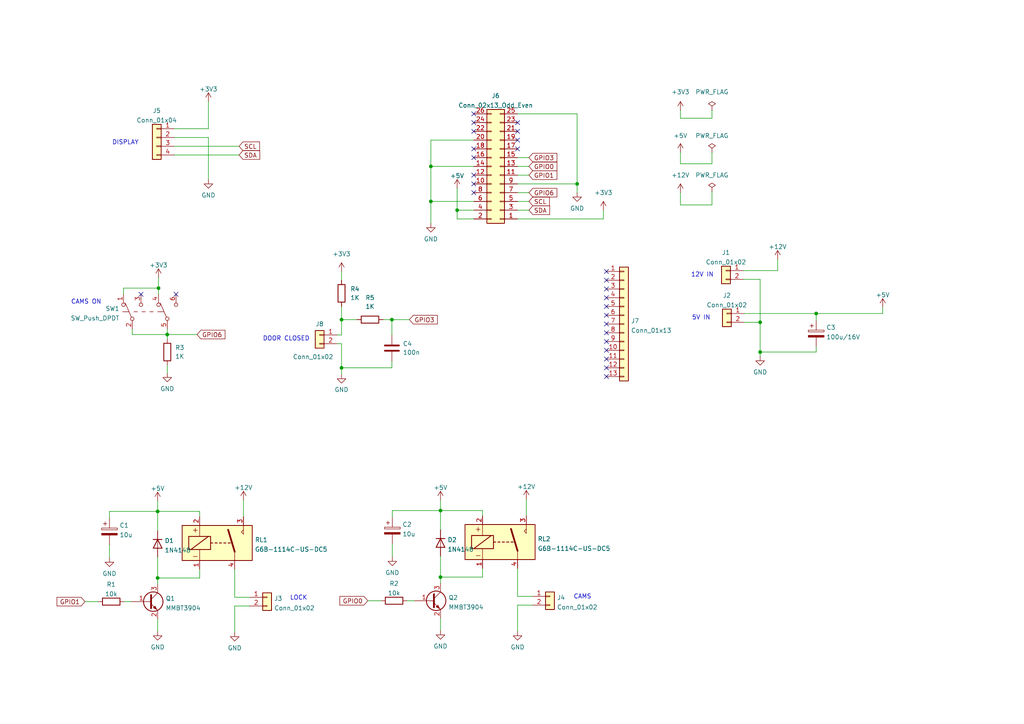
<source format=kicad_sch>
(kicad_sch (version 20211123) (generator eeschema)
  (paper "A4")
  (lib_symbols
    (symbol "Connector_Generic:Conn_01x02" (pin_names (offset 1.016) hide)
      (property "Reference" "J" (at 0 2.54 0))
      (property "Value" "Conn_01x02" (at 0 -5.08 0))
      (symbol "Conn_01x02_1_1"
        (rectangle (start -1.27 -2.413) (end 0 -2.667) (stroke (width 0.1524)))
        (rectangle (start -1.27 0.127) (end 0 -0.127) (stroke (width 0.1524)))
        (rectangle (start -1.27 1.27) (end 1.27 -3.81) (stroke (width 0.254)) (fill (type background)))
        (pin passive line (at -5.08 0 0) (length 3.81) (name "Pin_1") (number "1"))
        (pin passive line (at -5.08 -2.54 0) (length 3.81) (name "Pin_2") (number "2"))
      )
    )
    (symbol "Connector_Generic:Conn_01x04" (pin_names (offset 1.016) hide)
      (property "Reference" "J" (at 0 5.08 0))
      (property "Value" "Conn_01x04" (at 0 -7.62 0))
      (symbol "Conn_01x04_1_1"
        (rectangle (start -1.27 -4.953) (end 0 -5.207) (stroke (width 0.1524)))
        (rectangle (start -1.27 -2.413) (end 0 -2.667) (stroke (width 0.1524)))
        (rectangle (start -1.27 0.127) (end 0 -0.127) (stroke (width 0.1524)))
        (rectangle (start -1.27 2.667) (end 0 2.413) (stroke (width 0.1524)))
        (rectangle (start -1.27 3.81) (end 1.27 -6.35) (stroke (width 0.254)) (fill (type background)))
        (pin passive line (at -5.08 2.54 0) (length 3.81) (name "Pin_1") (number "1"))
        (pin passive line (at -5.08 0 0) (length 3.81) (name "Pin_2") (number "2"))
        (pin passive line (at -5.08 -2.54 0) (length 3.81) (name "Pin_3") (number "3"))
        (pin passive line (at -5.08 -5.08 0) (length 3.81) (name "Pin_4") (number "4"))
      )
    )
    (symbol "Connector_Generic:Conn_01x13" (pin_names (offset 1.016) hide)
      (property "Reference" "J" (at 0 17.78 0))
      (property "Value" "Conn_01x13" (at 0 -17.78 0))
      (symbol "Conn_01x13_1_1"
        (rectangle (start -1.27 -15.113) (end 0 -15.367) (stroke (width 0.1524)))
        (rectangle (start -1.27 -12.573) (end 0 -12.827) (stroke (width 0.1524)))
        (rectangle (start -1.27 -10.033) (end 0 -10.287) (stroke (width 0.1524)))
        (rectangle (start -1.27 -7.493) (end 0 -7.747) (stroke (width 0.1524)))
        (rectangle (start -1.27 -4.953) (end 0 -5.207) (stroke (width 0.1524)))
        (rectangle (start -1.27 -2.413) (end 0 -2.667) (stroke (width 0.1524)))
        (rectangle (start -1.27 0.127) (end 0 -0.127) (stroke (width 0.1524)))
        (rectangle (start -1.27 2.667) (end 0 2.413) (stroke (width 0.1524)))
        (rectangle (start -1.27 5.207) (end 0 4.953) (stroke (width 0.1524)))
        (rectangle (start -1.27 7.747) (end 0 7.493) (stroke (width 0.1524)))
        (rectangle (start -1.27 10.287) (end 0 10.033) (stroke (width 0.1524)))
        (rectangle (start -1.27 12.827) (end 0 12.573) (stroke (width 0.1524)))
        (rectangle (start -1.27 15.367) (end 0 15.113) (stroke (width 0.1524)))
        (rectangle (start -1.27 16.51) (end 1.27 -16.51) (stroke (width 0.254)) (fill (type background)))
        (pin passive line (at -5.08 15.24 0) (length 3.81) (name "Pin_1") (number "1"))
        (pin passive line (at -5.08 -7.62 0) (length 3.81) (name "Pin_10") (number "10"))
        (pin passive line (at -5.08 -10.16 0) (length 3.81) (name "Pin_11") (number "11"))
        (pin passive line (at -5.08 -12.7 0) (length 3.81) (name "Pin_12") (number "12"))
        (pin passive line (at -5.08 -15.24 0) (length 3.81) (name "Pin_13") (number "13"))
        (pin passive line (at -5.08 12.7 0) (length 3.81) (name "Pin_2") (number "2"))
        (pin passive line (at -5.08 10.16 0) (length 3.81) (name "Pin_3") (number "3"))
        (pin passive line (at -5.08 7.62 0) (length 3.81) (name "Pin_4") (number "4"))
        (pin passive line (at -5.08 5.08 0) (length 3.81) (name "Pin_5") (number "5"))
        (pin passive line (at -5.08 2.54 0) (length 3.81) (name "Pin_6") (number "6"))
        (pin passive line (at -5.08 0 0) (length 3.81) (name "Pin_7") (number "7"))
        (pin passive line (at -5.08 -2.54 0) (length 3.81) (name "Pin_8") (number "8"))
        (pin passive line (at -5.08 -5.08 0) (length 3.81) (name "Pin_9") (number "9"))
      )
    )
    (symbol "Connector_Generic:Conn_02x13_Odd_Even" (pin_names (offset 1.016) hide)
      (property "Reference" "J" (at 1.27 17.78 0))
      (property "Value" "Conn_02x13_Odd_Even" (at 1.27 -17.78 0))
      (symbol "Conn_02x13_Odd_Even_1_1"
        (rectangle (start -1.27 -15.113) (end 0 -15.367) (stroke (width 0.1524)))
        (rectangle (start -1.27 -12.573) (end 0 -12.827) (stroke (width 0.1524)))
        (rectangle (start -1.27 -10.033) (end 0 -10.287) (stroke (width 0.1524)))
        (rectangle (start -1.27 -7.493) (end 0 -7.747) (stroke (width 0.1524)))
        (rectangle (start -1.27 -4.953) (end 0 -5.207) (stroke (width 0.1524)))
        (rectangle (start -1.27 -2.413) (end 0 -2.667) (stroke (width 0.1524)))
        (rectangle (start -1.27 0.127) (end 0 -0.127) (stroke (width 0.1524)))
        (rectangle (start -1.27 2.667) (end 0 2.413) (stroke (width 0.1524)))
        (rectangle (start -1.27 5.207) (end 0 4.953) (stroke (width 0.1524)))
        (rectangle (start -1.27 7.747) (end 0 7.493) (stroke (width 0.1524)))
        (rectangle (start -1.27 10.287) (end 0 10.033) (stroke (width 0.1524)))
        (rectangle (start -1.27 12.827) (end 0 12.573) (stroke (width 0.1524)))
        (rectangle (start -1.27 15.367) (end 0 15.113) (stroke (width 0.1524)))
        (rectangle (start -1.27 16.51) (end 3.81 -16.51) (stroke (width 0.254)) (fill (type background)))
        (rectangle (start 3.81 -15.113) (end 2.54 -15.367) (stroke (width 0.1524)))
        (rectangle (start 3.81 -12.573) (end 2.54 -12.827) (stroke (width 0.1524)))
        (rectangle (start 3.81 -10.033) (end 2.54 -10.287) (stroke (width 0.1524)))
        (rectangle (start 3.81 -7.493) (end 2.54 -7.747) (stroke (width 0.1524)))
        (rectangle (start 3.81 -4.953) (end 2.54 -5.207) (stroke (width 0.1524)))
        (rectangle (start 3.81 -2.413) (end 2.54 -2.667) (stroke (width 0.1524)))
        (rectangle (start 3.81 0.127) (end 2.54 -0.127) (stroke (width 0.1524)))
        (rectangle (start 3.81 2.667) (end 2.54 2.413) (stroke (width 0.1524)))
        (rectangle (start 3.81 5.207) (end 2.54 4.953) (stroke (width 0.1524)))
        (rectangle (start 3.81 7.747) (end 2.54 7.493) (stroke (width 0.1524)))
        (rectangle (start 3.81 10.287) (end 2.54 10.033) (stroke (width 0.1524)))
        (rectangle (start 3.81 12.827) (end 2.54 12.573) (stroke (width 0.1524)))
        (rectangle (start 3.81 15.367) (end 2.54 15.113) (stroke (width 0.1524)))
        (pin passive line (at -5.08 15.24 0) (length 3.81) (name "Pin_1") (number "1"))
        (pin passive line (at 7.62 5.08 180) (length 3.81) (name "Pin_10") (number "10"))
        (pin passive line (at -5.08 2.54 0) (length 3.81) (name "Pin_11") (number "11"))
        (pin passive line (at 7.62 2.54 180) (length 3.81) (name "Pin_12") (number "12"))
        (pin passive line (at -5.08 0 0) (length 3.81) (name "Pin_13") (number "13"))
        (pin passive line (at 7.62 0 180) (length 3.81) (name "Pin_14") (number "14"))
        (pin passive line (at -5.08 -2.54 0) (length 3.81) (name "Pin_15") (number "15"))
        (pin passive line (at 7.62 -2.54 180) (length 3.81) (name "Pin_16") (number "16"))
        (pin passive line (at -5.08 -5.08 0) (length 3.81) (name "Pin_17") (number "17"))
        (pin passive line (at 7.62 -5.08 180) (length 3.81) (name "Pin_18") (number "18"))
        (pin passive line (at -5.08 -7.62 0) (length 3.81) (name "Pin_19") (number "19"))
        (pin passive line (at 7.62 15.24 180) (length 3.81) (name "Pin_2") (number "2"))
        (pin passive line (at 7.62 -7.62 180) (length 3.81) (name "Pin_20") (number "20"))
        (pin passive line (at -5.08 -10.16 0) (length 3.81) (name "Pin_21") (number "21"))
        (pin passive line (at 7.62 -10.16 180) (length 3.81) (name "Pin_22") (number "22"))
        (pin passive line (at -5.08 -12.7 0) (length 3.81) (name "Pin_23") (number "23"))
        (pin passive line (at 7.62 -12.7 180) (length 3.81) (name "Pin_24") (number "24"))
        (pin passive line (at -5.08 -15.24 0) (length 3.81) (name "Pin_25") (number "25"))
        (pin passive line (at 7.62 -15.24 180) (length 3.81) (name "Pin_26") (number "26"))
        (pin passive line (at -5.08 12.7 0) (length 3.81) (name "Pin_3") (number "3"))
        (pin passive line (at 7.62 12.7 180) (length 3.81) (name "Pin_4") (number "4"))
        (pin passive line (at -5.08 10.16 0) (length 3.81) (name "Pin_5") (number "5"))
        (pin passive line (at 7.62 10.16 180) (length 3.81) (name "Pin_6") (number "6"))
        (pin passive line (at -5.08 7.62 0) (length 3.81) (name "Pin_7") (number "7"))
        (pin passive line (at 7.62 7.62 180) (length 3.81) (name "Pin_8") (number "8"))
        (pin passive line (at -5.08 5.08 0) (length 3.81) (name "Pin_9") (number "9"))
      )
    )
    (symbol "Device:C" (pin_numbers hide) (pin_names (offset 0.254))
      (property "Reference" "C" (at 0.635 2.54 0))
      (property "Value" "C" (at 0.635 -2.54 0))
      (symbol "C_0_1"
        (polyline (pts (xy -2.032 -0.762) (xy 2.032 -0.762)) (stroke (width 0.508)))
        (polyline (pts (xy -2.032 0.762) (xy 2.032 0.762)) (stroke (width 0.508)))
      )
      (symbol "C_1_1"
        (pin passive line (at 0 3.81 270) (length 2.794) (name "~") (number "1"))
        (pin passive line (at 0 -3.81 90) (length 2.794) (name "~") (number "2"))
      )
    )
    (symbol "Device:C_Polarized" (pin_numbers hide) (pin_names (offset 0.254))
      (property "Reference" "C" (at 0.635 2.54 0))
      (property "Value" "C_Polarized" (at 0.635 -2.54 0))
      (symbol "C_Polarized_0_1"
        (rectangle (start -2.286 0.508) (end 2.286 1.016))
        (polyline (pts (xy -1.778 2.286) (xy -0.762 2.286)))
        (polyline (pts (xy -1.27 2.794) (xy -1.27 1.778)))
        (rectangle (start 2.286 -0.508) (end -2.286 -1.016) (fill (type outline)))
      )
      (symbol "C_Polarized_1_1"
        (pin passive line (at 0 3.81 270) (length 2.794) (name "~") (number "1"))
        (pin passive line (at 0 -3.81 90) (length 2.794) (name "~") (number "2"))
      )
    )
    (symbol "Device:D" (pin_numbers hide) (pin_names (offset 1.016) hide)
      (property "Reference" "D" (at 0 2.54 0))
      (property "Value" "D" (at 0 -2.54 0))
      (symbol "D_0_1"
        (polyline (pts (xy -1.27 1.27) (xy -1.27 -1.27)) (stroke (width 0.254)))
        (polyline (pts (xy 1.27 0) (xy -1.27 0)))
        (polyline (pts (xy 1.27 1.27) (xy 1.27 -1.27) (xy -1.27 0) (xy 1.27 1.27)) (stroke (width 0.254)))
      )
      (symbol "D_1_1"
        (pin passive line (at -3.81 0 0) (length 2.54) (name "K") (number "1"))
        (pin passive line (at 3.81 0 180) (length 2.54) (name "A") (number "2"))
      )
    )
    (symbol "Device:Q_NPN_BEC" (pin_names (offset 0) hide)
      (property "Reference" "Q" (at 5.08 1.27 0))
      (property "Value" "Q_NPN_BEC" (at 5.08 -1.27 0))
      (symbol "Q_NPN_BEC_0_1"
        (polyline (pts (xy 0.635 0.635) (xy 2.54 2.54)))
        (polyline (pts (xy 0.635 -0.635) (xy 2.54 -2.54) (xy 2.54 -2.54)))
        (polyline (pts (xy 0.635 1.905) (xy 0.635 -1.905) (xy 0.635 -1.905)) (stroke (width 0.508)))
        (polyline (pts (xy 1.27 -1.778) (xy 1.778 -1.27) (xy 2.286 -2.286) (xy 1.27 -1.778) (xy 1.27 -1.778)) (fill (type outline)))
        (circle (center 1.27 0) (radius 2.8194) (stroke (width 0.254)))
      )
      (symbol "Q_NPN_BEC_1_1"
        (pin input line (at -5.08 0 0) (length 5.715) (name "B") (number "1"))
        (pin passive line (at 2.54 -5.08 90) (length 2.54) (name "E") (number "2"))
        (pin passive line (at 2.54 5.08 270) (length 2.54) (name "C") (number "3"))
      )
    )
    (symbol "Device:R" (pin_numbers hide) (pin_names (offset 0))
      (property "Reference" "R" (at 2.032 0 90))
      (property "Value" "R" (at 0 0 90))
      (symbol "R_0_1"
        (rectangle (start -1.016 -2.54) (end 1.016 2.54) (stroke (width 0.254)))
      )
      (symbol "R_1_1"
        (pin passive line (at 0 3.81 270) (length 1.27) (name "~") (number "1"))
        (pin passive line (at 0 -3.81 90) (length 1.27) (name "~") (number "2"))
      )
    )
    (symbol "Switch:SW_Push_DPDT" (pin_names (offset 0) hide)
      (property "Reference" "SW" (at 0 8.89 0))
      (property "Value" "SW_Push_DPDT" (at 0 -10.16 0))
      (symbol "SW_Push_DPDT_0_0"
        (circle (center -2.032 -5.08) (radius 0.508))
        (circle (center -2.032 5.08) (radius 0.508))
        (circle (center 2.032 -7.62) (radius 0.508))
        (circle (center 2.032 2.54) (radius 0.508))
      )
      (symbol "SW_Push_DPDT_0_1"
        (polyline (pts (xy -1.524 -4.826) (xy 2.54 -3.048)))
        (polyline (pts (xy -1.524 5.334) (xy 2.54 7.112)))
        (polyline (pts (xy 0 -2.286) (xy 0 -4.064)))
        (polyline (pts (xy 0 -1.016) (xy 0 0)))
        (polyline (pts (xy 0 1.27) (xy 0 2.286)))
        (polyline (pts (xy 0 3.556) (xy 0 4.572)))
        (polyline (pts (xy 0 7.874) (xy 0 6.096)))
        (circle (center 2.032 -2.54) (radius 0.508))
        (circle (center 2.032 7.62) (radius 0.508))
      )
      (symbol "SW_Push_DPDT_1_1"
        (pin passive line (at 5.08 7.62 180) (length 2.54) (name "A") (number "1"))
        (pin passive line (at -5.08 5.08 0) (length 2.54) (name "B") (number "2"))
        (pin passive line (at 5.08 2.54 180) (length 2.54) (name "C") (number "3"))
        (pin passive line (at 5.08 -2.54 180) (length 2.54) (name "A") (number "4"))
        (pin passive line (at -5.08 -5.08 0) (length 2.54) (name "B") (number "5"))
        (pin passive line (at 5.08 -7.62 180) (length 2.54) (name "C") (number "6"))
      )
    )
    (symbol "g6b-1114c-us-dc5:G6B-1114C-US-DC5" (pin_names (offset 1.016))
      (property "Reference" "RL" (at 11.43 3.81 0))
      (property "Value" "G6B-1114C-US-DC5" (at 11.43 1.27 0))
      (symbol "G6B-1114C-US-DC5_0_0"
        (text "+" (at -6.35 3.81 0) (effects (font (size 1.524 1.524))))
        (text "-" (at -6.35 -3.81 0) (effects (font (size 1.524 1.524))))
      )
      (symbol "G6B-1114C-US-DC5_0_1"
        (rectangle (start -10.16 5.08) (end 10.16 -5.08) (stroke (width 0.254)) (fill (type background)))
        (rectangle (start -8.255 1.905) (end -1.905 -1.905) (stroke (width 0.254)))
        (polyline (pts (xy -7.62 -1.905) (xy -2.54 1.905)) (stroke (width 0.254)))
        (polyline (pts (xy -5.08 -5.08) (xy -5.08 -1.905)))
        (polyline (pts (xy -5.08 5.08) (xy -5.08 1.905)))
        (polyline (pts (xy -1.905 0) (xy -1.27 0)) (stroke (width 0.254)))
        (polyline (pts (xy -0.635 0) (xy 0 0)) (stroke (width 0.254)))
        (polyline (pts (xy 0.635 0) (xy 1.27 0)) (stroke (width 0.254)))
        (polyline (pts (xy 1.905 0) (xy 2.54 0)) (stroke (width 0.254)))
        (polyline (pts (xy 3.175 0) (xy 3.81 0)) (stroke (width 0.254)))
        (polyline (pts (xy 5.08 -2.54) (xy 3.175 3.81)) (stroke (width 0.508)))
        (polyline (pts (xy 5.08 -2.54) (xy 5.08 -5.08)))
        (polyline (pts (xy 7.62 2.54) (xy 7.62 5.08)))
        (polyline (pts (xy 7.62 2.54) (xy 6.985 3.175) (xy 7.62 3.81)))
      )
      (symbol "G6B-1114C-US-DC5_1_1"
        (pin passive line (at -5.08 -7.62 90) (length 2.54) (name "~") (number "1"))
        (pin passive line (at -5.08 7.62 270) (length 2.54) (name "~") (number "2"))
        (pin passive line (at 7.62 7.62 270) (length 2.54) (name "~") (number "3"))
        (pin passive line (at 5.08 -7.62 90) (length 2.54) (name "~") (number "4"))
      )
    )
    (symbol "power:+12V" (power) (pin_names (offset 0))
      (property "Value" "+12V" (at 0 3.556 0))
      (symbol "+12V_0_1"
        (polyline (pts (xy -0.762 1.27) (xy 0 2.54)))
        (polyline (pts (xy 0 0) (xy 0 2.54)))
        (polyline (pts (xy 0 2.54) (xy 0.762 1.27)))
      )
      (symbol "+12V_1_1"
        (pin power_in line (at 0 0 90) (length 0) hide (name "+12V") (number "1"))
      )
    )
    (symbol "power:+3V3" (power) (pin_names (offset 0))
      (property "Value" "+3V3" (at 0 3.556 0))
      (symbol "+3V3_0_1"
        (polyline (pts (xy -0.762 1.27) (xy 0 2.54)))
        (polyline (pts (xy 0 0) (xy 0 2.54)))
        (polyline (pts (xy 0 2.54) (xy 0.762 1.27)))
      )
      (symbol "+3V3_1_1"
        (pin power_in line (at 0 0 90) (length 0) hide (name "+3V3") (number "1"))
      )
    )
    (symbol "power:+5V" (power) (pin_names (offset 0))
      (property "Value" "+5V" (at 0 3.556 0))
      (symbol "+5V_0_1"
        (polyline (pts (xy -0.762 1.27) (xy 0 2.54)))
        (polyline (pts (xy 0 0) (xy 0 2.54)))
        (polyline (pts (xy 0 2.54) (xy 0.762 1.27)))
      )
      (symbol "+5V_1_1"
        (pin power_in line (at 0 0 90) (length 0) hide (name "+5V") (number "1"))
      )
    )
    (symbol "power:GND" (power) (pin_names (offset 0))
      (property "Value" "GND" (at 0 -3.81 0))
      (symbol "GND_0_1"
        (polyline (pts (xy 0 0) (xy 0 -1.27) (xy 1.27 -1.27) (xy 0 -2.54) (xy -1.27 -1.27) (xy 0 -1.27)))
      )
      (symbol "GND_1_1"
        (pin power_in line (at 0 0 270) (length 0) hide (name "GND") (number "1"))
      )
    )
    (symbol "power:PWR_FLAG" (power) (pin_numbers hide) (pin_names (offset 0) hide)
      (property "Value" "PWR_FLAG" (at 0 3.81 0))
      (symbol "PWR_FLAG_0_0"
        (pin power_out line (at 0 0 90) (length 0) (name "pwr") (number "1"))
      )
      (symbol "PWR_FLAG_0_1"
        (polyline (pts (xy 0 0) (xy 0 1.27) (xy -1.016 1.905) (xy 0 2.54) (xy 1.016 1.905) (xy 0 1.27)))
      )
    )
  )
  (junction (at 127.762 148.082))
  (junction (at 45.72 148.336))
  (junction (at 99.06 92.71))
  (junction (at 124.968 48.26))
  (junction (at 167.386 53.34))
  (junction (at 99.06 106.68))
  (junction (at 220.472 102.108))
  (junction (at 127.762 167.386))
  (junction (at 45.72 167.64))
  (junction (at 113.665 92.71))
  (junction (at 236.728 90.932))
  (junction (at 45.974 83.566))
  (junction (at 220.472 93.472))
  (junction (at 124.968 58.42))
  (junction (at 48.514 97.028))
  (junction (at 132.588 60.96))
  (no_connect (at 137.414 53.34))
  (no_connect (at 175.895 78.74))
  (no_connect (at 175.895 99.06))
  (no_connect (at 137.414 35.56))
  (no_connect (at 51.054 85.344))
  (no_connect (at 40.894 85.344))
  (no_connect (at 137.414 33.02))
  (no_connect (at 175.895 96.52))
  (no_connect (at 137.414 50.8))
  (no_connect (at 175.895 91.44))
  (no_connect (at 175.895 83.82))
  (no_connect (at 175.895 101.6))
  (no_connect (at 175.895 86.36))
  (no_connect (at 137.414 55.88))
  (no_connect (at 175.895 81.28))
  (no_connect (at 137.414 43.18))
  (no_connect (at 137.414 38.1))
  (no_connect (at 150.114 40.64))
  (no_connect (at 150.114 35.56))
  (no_connect (at 150.114 43.18))
  (no_connect (at 175.895 106.68))
  (no_connect (at 175.895 104.14))
  (no_connect (at 175.895 109.22))
  (no_connect (at 175.895 93.98))
  (no_connect (at 175.895 88.9))
  (no_connect (at 137.414 45.72))
  (no_connect (at 150.114 38.1))
  (wire (pts (xy 197.358 44.196) (xy 197.358 47.498)))
  (wire (pts (xy 220.472 93.472) (xy 220.472 102.108)))
  (wire (pts (xy 127.762 148.082) (xy 127.762 153.67)))
  (wire (pts (xy 118.11 174.244) (xy 120.142 174.244)))
  (wire (pts (xy 150.114 175.514) (xy 154.432 175.514)))
  (wire (pts (xy 127.762 179.324) (xy 127.762 182.88)))
  (wire (pts (xy 45.72 145.288) (xy 45.72 148.336)))
  (wire (pts (xy 197.358 55.88) (xy 197.358 59.436)))
  (wire (pts (xy 31.75 157.988) (xy 31.75 161.798)))
  (wire (pts (xy 150.114 33.02) (xy 167.386 33.02)))
  (wire (pts (xy 48.514 105.918) (xy 48.514 108.204)))
  (wire (pts (xy 197.358 47.498) (xy 206.502 47.498)))
  (wire (pts (xy 31.75 148.336) (xy 31.75 150.368)))
  (wire (pts (xy 150.114 172.974) (xy 154.432 172.974)))
  (wire (pts (xy 68.072 183.388) (xy 68.072 175.768)))
  (wire (pts (xy 150.114 45.72) (xy 153.416 45.72)))
  (wire (pts (xy 220.472 102.108) (xy 220.472 103.378)))
  (wire (pts (xy 99.06 92.71) (xy 99.06 97.155)))
  (wire (pts (xy 132.588 63.5) (xy 137.414 63.5)))
  (wire (pts (xy 99.06 78.74) (xy 99.06 81.28)))
  (wire (pts (xy 45.72 148.336) (xy 45.72 153.924)))
  (wire (pts (xy 150.114 55.88) (xy 153.416 55.88)))
  (wire (pts (xy 38.354 95.504) (xy 38.354 97.028)))
  (wire (pts (xy 236.728 102.108) (xy 220.472 102.108)))
  (wire (pts (xy 167.386 53.34) (xy 167.386 55.88)))
  (wire (pts (xy 139.954 167.386) (xy 127.762 167.386)))
  (wire (pts (xy 36.068 174.498) (xy 38.1 174.498)))
  (wire (pts (xy 113.792 148.082) (xy 113.792 150.114)))
  (wire (pts (xy 113.792 157.734) (xy 113.792 161.544)))
  (wire (pts (xy 127.762 148.082) (xy 113.792 148.082)))
  (wire (pts (xy 60.452 37.338) (xy 50.546 37.338)))
  (wire (pts (xy 132.588 60.96) (xy 132.588 63.5)))
  (wire (pts (xy 206.502 47.498) (xy 206.502 44.196)))
  (wire (pts (xy 99.06 106.68) (xy 99.06 108.585)))
  (wire (pts (xy 113.665 106.68) (xy 99.06 106.68)))
  (wire (pts (xy 150.114 183.134) (xy 150.114 175.514)))
  (wire (pts (xy 236.728 90.932) (xy 256.032 90.932)))
  (wire (pts (xy 50.546 39.878) (xy 60.452 39.878)))
  (wire (pts (xy 57.912 149.86) (xy 57.912 148.336)))
  (wire (pts (xy 111.125 92.71) (xy 113.665 92.71)))
  (wire (pts (xy 197.358 34.29) (xy 206.502 34.29)))
  (wire (pts (xy 38.354 97.028) (xy 48.514 97.028)))
  (wire (pts (xy 150.114 58.42) (xy 153.416 58.42)))
  (wire (pts (xy 35.814 83.566) (xy 45.974 83.566)))
  (wire (pts (xy 124.968 58.42) (xy 124.968 64.77)))
  (wire (pts (xy 45.72 148.336) (xy 31.75 148.336)))
  (wire (pts (xy 150.114 53.34) (xy 167.386 53.34)))
  (wire (pts (xy 70.612 145.034) (xy 70.612 149.86)))
  (wire (pts (xy 45.72 161.544) (xy 45.72 167.64)))
  (wire (pts (xy 48.514 95.504) (xy 48.514 97.028)))
  (wire (pts (xy 124.968 48.26) (xy 137.414 48.26)))
  (wire (pts (xy 139.954 149.606) (xy 139.954 148.082)))
  (wire (pts (xy 150.114 164.846) (xy 150.114 172.974)))
  (wire (pts (xy 124.968 40.64) (xy 137.414 40.64)))
  (wire (pts (xy 220.472 81.026) (xy 215.646 81.026)))
  (wire (pts (xy 106.68 174.244) (xy 110.49 174.244)))
  (wire (pts (xy 256.032 90.932) (xy 256.032 89.154)))
  (wire (pts (xy 150.114 60.96) (xy 153.416 60.96)))
  (wire (pts (xy 206.502 34.29) (xy 206.502 32.004)))
  (wire (pts (xy 48.514 97.028) (xy 57.15 97.028)))
  (wire (pts (xy 150.114 48.26) (xy 153.416 48.26)))
  (wire (pts (xy 50.546 42.418) (xy 69.342 42.418)))
  (wire (pts (xy 57.912 165.1) (xy 57.912 167.64)))
  (wire (pts (xy 127.762 161.29) (xy 127.762 167.386)))
  (wire (pts (xy 45.974 83.566) (xy 45.974 85.344)))
  (wire (pts (xy 68.072 175.768) (xy 72.39 175.768)))
  (wire (pts (xy 175.006 60.96) (xy 175.006 63.5)))
  (wire (pts (xy 35.814 85.344) (xy 35.814 83.566)))
  (wire (pts (xy 45.72 167.64) (xy 45.72 169.418)))
  (wire (pts (xy 97.79 99.695) (xy 99.06 99.695)))
  (wire (pts (xy 132.588 54.61) (xy 132.588 60.96)))
  (wire (pts (xy 215.9 90.932) (xy 236.728 90.932)))
  (wire (pts (xy 150.114 63.5) (xy 175.006 63.5)))
  (wire (pts (xy 127.762 145.034) (xy 127.762 148.082)))
  (wire (pts (xy 99.06 97.155) (xy 97.79 97.155)))
  (wire (pts (xy 225.552 75.184) (xy 225.552 78.486)))
  (wire (pts (xy 220.472 93.472) (xy 220.472 81.026)))
  (wire (pts (xy 50.546 44.958) (xy 69.342 44.958)))
  (wire (pts (xy 236.728 90.932) (xy 236.728 92.964)))
  (wire (pts (xy 68.072 165.1) (xy 68.072 173.228)))
  (wire (pts (xy 139.954 148.082) (xy 127.762 148.082)))
  (wire (pts (xy 124.968 48.26) (xy 124.968 58.42)))
  (wire (pts (xy 197.358 32.004) (xy 197.358 34.29)))
  (wire (pts (xy 225.552 78.486) (xy 215.646 78.486)))
  (wire (pts (xy 113.665 92.71) (xy 118.745 92.71)))
  (wire (pts (xy 24.638 174.498) (xy 28.448 174.498)))
  (wire (pts (xy 124.968 58.42) (xy 137.414 58.42)))
  (wire (pts (xy 215.9 93.472) (xy 220.472 93.472)))
  (wire (pts (xy 113.665 104.775) (xy 113.665 106.68)))
  (wire (pts (xy 127.762 167.386) (xy 127.762 169.164)))
  (wire (pts (xy 167.386 33.02) (xy 167.386 53.34)))
  (wire (pts (xy 206.502 59.436) (xy 206.502 55.626)))
  (wire (pts (xy 113.665 92.71) (xy 113.665 97.155)))
  (wire (pts (xy 152.654 144.78) (xy 152.654 149.606)))
  (wire (pts (xy 197.358 59.436) (xy 206.502 59.436)))
  (wire (pts (xy 60.452 29.464) (xy 60.452 37.338)))
  (wire (pts (xy 132.588 60.96) (xy 137.414 60.96)))
  (wire (pts (xy 57.912 167.64) (xy 45.72 167.64)))
  (wire (pts (xy 236.728 100.584) (xy 236.728 102.108)))
  (wire (pts (xy 45.974 80.518) (xy 45.974 83.566)))
  (wire (pts (xy 124.968 48.26) (xy 124.968 40.64)))
  (wire (pts (xy 57.912 148.336) (xy 45.72 148.336)))
  (wire (pts (xy 139.954 164.846) (xy 139.954 167.386)))
  (wire (pts (xy 150.114 50.8) (xy 153.416 50.8)))
  (wire (pts (xy 99.06 92.71) (xy 103.505 92.71)))
  (wire (pts (xy 68.072 173.228) (xy 72.39 173.228)))
  (wire (pts (xy 48.514 97.028) (xy 48.514 98.298)))
  (wire (pts (xy 99.06 88.9) (xy 99.06 92.71)))
  (wire (pts (xy 99.06 99.695) (xy 99.06 106.68)))
  (wire (pts (xy 45.72 179.578) (xy 45.72 183.134)))
  (wire (pts (xy 60.452 39.878) (xy 60.452 52.07)))
  (text "CAMS ON" (at 20.574 88.392 0) (effects (font (size 1.27 1.27)) (justify left bottom)))
  (text "DOOR CLOSED" (at 76.2 99.06 0) (effects (font (size 1.27 1.27)) (justify left bottom)))
  (text "LOCK" (at 84.074 174.244 0) (effects (font (size 1.27 1.27)) (justify left bottom)))
  (text "DISPLAY" (at 32.512 42.164 0) (effects (font (size 1.27 1.27)) (justify left bottom)))
  (text "5V IN" (at 200.66 92.964 0) (effects (font (size 1.27 1.27)) (justify left bottom)))
  (text "CAMS" (at 166.3337 173.8997 0) (effects (font (size 1.27 1.27)) (justify left bottom)))
  (text "12V IN" (at 200.406 80.518 0) (effects (font (size 1.27 1.27)) (justify left bottom)))
  (global_label "SDA" (shape input) (at 69.342 44.958 0) (property "Intersheet References" "${INTERSHEET_REFS}" (effects hide)))
  (global_label "GPIO1" (shape input) (at 153.416 50.8 0) (property "Intersheet References" "${INTERSHEET_REFS}" (effects hide)))
  (global_label "SCL" (shape input) (at 69.342 42.418 0) (property "Intersheet References" "${INTERSHEET_REFS}" (effects hide)))
  (global_label "GPIO3" (shape input) (at 118.745 92.71 0) (property "Intersheet References" "${INTERSHEET_REFS}" (effects hide)))
  (global_label "SCL" (shape input) (at 153.416 58.42 0) (property "Intersheet References" "${INTERSHEET_REFS}" (effects hide)))
  (global_label "GPIO0" (shape input) (at 153.416 48.26 0) (property "Intersheet References" "${INTERSHEET_REFS}" (effects hide)))
  (global_label "GPIO6" (shape input) (at 57.15 97.028 0) (property "Intersheet References" "${INTERSHEET_REFS}" (effects hide)))
  (global_label "SDA" (shape input) (at 153.416 60.96 0) (property "Intersheet References" "${INTERSHEET_REFS}" (effects hide)))
  (global_label "GPIO6" (shape input) (at 153.416 55.88 0) (property "Intersheet References" "${INTERSHEET_REFS}" (effects hide)))
  (global_label "GPIO1" (shape input) (at 24.638 174.498 180) (property "Intersheet References" "${INTERSHEET_REFS}" (effects hide)))
  (global_label "GPIO3" (shape input) (at 153.416 45.72 0) (property "Intersheet References" "${INTERSHEET_REFS}" (effects hide)))
  (global_label "GPIO0" (shape input) (at 106.68 174.244 180) (property "Intersheet References" "${INTERSHEET_REFS}" (effects hide)))
  (symbol (lib_id "power:+5V") (at 127.762 145.034 0) (unit 1)
    (property "Reference" "#PWR09" (effects hide))
    (property "Value" "+5V" (at 127.762 141.4295 0))
  )
  (symbol (lib_id "Connector_Generic:Conn_01x02") (at 210.82 90.932 0) (mirror y) (unit 1)
    (property "Reference" "J2" (at 210.82 85.6955 0))
    (property "Value" "Conn_01x02" (at 210.82 88.4706 0))
    (property "Footprint" "Connector_JST:JST_XH_B2B-XH-A_1x02_P2.50mm_Vertical" (effects hide))
  )
  (symbol (lib_id "power:GND") (at 113.792 161.544 0) (unit 1)
    (property "Reference" "#PWR08" (effects hide))
    (property "Value" "GND" (at 113.792 166.1065 0))
  )
  (symbol (lib_id "g6b-1114c-us-dc5:G6B-1114C-US-DC5") (at 62.992 157.48 0) (unit 1)
    (property "Reference" "RL1" (at 73.914 156.5715 0) (effects (justify left)))
    (property "Value" "G6B-1114C-US-DC5" (at 73.914 159.3466 0) (effects (justify left)))
    (property "Footprint" "legacy:DIL-relay" (effects hide))
  )
  (symbol (lib_id "Device:D") (at 127.762 157.48 270) (unit 1)
    (property "Reference" "D2" (at 129.794 156.5715 90) (effects (justify left)))
    (property "Value" "1N4148" (at 129.794 159.3466 90) (effects (justify left)))
    (property "Footprint" "Diode_SMD:D_MiniMELF" (effects hide))
  )
  (symbol (lib_id "Device:C") (at 113.665 100.965 0) (unit 1)
    (property "Reference" "C4" (at 116.84 99.6949 0) (effects (justify left)))
    (property "Value" "100n" (at 116.84 102.2349 0) (effects (justify left)))
    (property "Footprint" "Capacitor_SMD:C_0603_1608Metric" (effects hide))
  )
  (symbol (lib_id "power:GND") (at 31.75 161.798 0) (unit 1)
    (property "Reference" "#PWR01" (effects hide))
    (property "Value" "GND" (at 31.75 166.3605 0))
  )
  (symbol (lib_id "Connector_Generic:Conn_01x02") (at 77.47 173.228 0) (unit 1)
    (property "Reference" "J3" (at 79.502 173.5895 0) (effects (justify left)))
    (property "Value" "Conn_01x02" (at 79.502 176.3646 0) (effects (justify left)))
    (property "Footprint" "Connector_JST:JST_XH_B2B-XH-A_1x02_P2.50mm_Vertical" (effects hide))
  )
  (symbol (lib_id "power:+3V3") (at 197.358 32.004 0) (unit 1)
    (property "Reference" "#PWR0105" (effects hide))
    (property "Value" "+3V3" (at 197.358 26.67 0))
  )
  (symbol (lib_id "power:GND") (at 48.514 108.204 0) (unit 1)
    (property "Reference" "#PWR017" (effects hide))
    (property "Value" "GND" (at 48.514 112.7665 0))
  )
  (symbol (lib_id "power:+12V") (at 152.654 144.78 0) (unit 1)
    (property "Reference" "#PWR013" (effects hide))
    (property "Value" "+12V" (at 152.654 141.1755 0))
  )
  (symbol (lib_id "Connector_Generic:Conn_01x02") (at 92.71 97.155 0) (mirror y) (unit 1)
    (property "Reference" "J8" (at 92.71 93.98 0))
    (property "Value" "Conn_01x02" (at 90.805 103.505 0))
    (property "Footprint" "Connector_JST:JST_XH_B2B-XH-A_1x02_P2.50mm_Vertical" (effects hide))
  )
  (symbol (lib_id "Connector_Generic:Conn_01x02") (at 159.512 172.974 0) (unit 1)
    (property "Reference" "J4" (at 161.544 173.3355 0) (effects (justify left)))
    (property "Value" "Conn_01x02" (at 161.544 176.1106 0) (effects (justify left)))
    (property "Footprint" "Connector_JST:JST_XH_B2B-XH-A_1x02_P2.50mm_Vertical" (effects hide))
  )
  (symbol (lib_id "power:+3V3") (at 99.06 78.74 0) (unit 1)
    (property "Reference" "#PWR015" (effects hide))
    (property "Value" "+3V3" (at 99.06 73.66 0))
  )
  (symbol (lib_id "Connector_Generic:Conn_01x04") (at 45.466 39.878 0) (mirror y) (unit 1)
    (property "Reference" "J5" (at 45.466 32.1015 0))
    (property "Value" "Conn_01x04" (at 45.466 34.8766 0))
    (property "Footprint" "Connector_PinSocket_2.54mm:PinSocket_1x04_P2.54mm_Vertical" (effects hide))
  )
  (symbol (lib_id "power:GND") (at 127.762 182.88 0) (unit 1)
    (property "Reference" "#PWR010" (effects hide))
    (property "Value" "GND" (at 127.762 187.4425 0))
  )
  (symbol (lib_id "Device:Q_NPN_BEC") (at 43.18 174.498 0) (unit 1)
    (property "Reference" "Q1" (at 48.0314 173.5895 0) (effects (justify left)))
    (property "Value" "MMBT3904" (at 48.0314 176.3646 0) (effects (justify left)))
    (property "Footprint" "Package_TO_SOT_SMD:SOT-23" (effects hide))
  )
  (symbol (lib_id "power:+5V") (at 45.72 145.288 0) (unit 1)
    (property "Reference" "#PWR02" (effects hide))
    (property "Value" "+5V" (at 45.72 141.6835 0))
  )
  (symbol (lib_id "power:GND") (at 167.386 55.88 0) (unit 1)
    (property "Reference" "#PWR014" (effects hide))
    (property "Value" "GND" (at 167.386 60.4425 0))
  )
  (symbol (lib_id "power:+12V") (at 70.612 145.034 0) (unit 1)
    (property "Reference" "#PWR05" (effects hide))
    (property "Value" "+12V" (at 70.612 141.4295 0))
  )
  (symbol (lib_id "power:GND") (at 124.968 64.77 0) (unit 1)
    (property "Reference" "#PWR0102" (effects hide))
    (property "Value" "GND" (at 124.968 69.3325 0))
  )
  (symbol (lib_id "power:GND") (at 99.06 108.585 0) (unit 1)
    (property "Reference" "#PWR018" (effects hide))
    (property "Value" "GND" (at 99.06 113.03 0))
  )
  (symbol (lib_id "power:+5V") (at 132.588 54.61 0) (unit 1)
    (property "Reference" "#PWR0101" (effects hide))
    (property "Value" "+5V" (at 132.588 51.0055 0))
  )
  (symbol (lib_id "power:+5V") (at 197.358 44.196 0) (unit 1)
    (property "Reference" "#PWR019" (effects hide))
    (property "Value" "+5V" (at 197.358 39.37 0))
  )
  (symbol (lib_id "Device:R") (at 107.315 92.71 90) (unit 1)
    (property "Reference" "R5" (at 107.315 86.36 90))
    (property "Value" "1K" (at 107.315 88.9 90))
    (property "Footprint" "Resistor_SMD:R_0603_1608Metric" (effects hide))
  )
  (symbol (lib_id "Connector_Generic:Conn_01x02") (at 210.566 78.486 0) (mirror y) (unit 1)
    (property "Reference" "J1" (at 210.566 73.2495 0))
    (property "Value" "Conn_01x02" (at 210.566 76.0246 0))
    (property "Footprint" "Connector_JST:JST_XH_B2B-XH-A_1x02_P2.50mm_Vertical" (effects hide))
  )
  (symbol (lib_id "power:GND") (at 68.072 183.388 0) (unit 1)
    (property "Reference" "#PWR04" (effects hide))
    (property "Value" "GND" (at 68.072 187.9505 0))
  )
  (symbol (lib_id "Device:D") (at 45.72 157.734 270) (unit 1)
    (property "Reference" "D1" (at 47.752 156.8255 90) (effects (justify left)))
    (property "Value" "1N4148" (at 47.752 159.6006 90) (effects (justify left)))
    (property "Footprint" "Diode_SMD:D_MiniMELF" (effects hide))
  )
  (symbol (lib_id "power:+12V") (at 197.358 55.88 0) (unit 1)
    (property "Reference" "#PWR020" (effects hide))
    (property "Value" "+12V" (at 197.358 50.8 0))
  )
  (symbol (lib_id "power:GND") (at 220.472 103.378 0) (unit 1)
    (property "Reference" "#PWR021" (effects hide))
    (property "Value" "GND" (at 220.472 107.9405 0))
  )
  (symbol (lib_id "Device:C_Polarized") (at 31.75 154.178 0) (unit 1)
    (property "Reference" "C1" (at 34.671 152.3805 0) (effects (justify left)))
    (property "Value" "10u" (at 34.671 155.1556 0) (effects (justify left)))
    (property "Footprint" "Capacitor_Tantalum_SMD:CP_EIA-6032-28_Kemet-C" (effects hide))
  )
  (symbol (lib_id "power:GND") (at 150.114 183.134 0) (unit 1)
    (property "Reference" "#PWR012" (effects hide))
    (property "Value" "GND" (at 150.114 187.6965 0))
  )
  (symbol (lib_id "power:+3V3") (at 45.974 80.518 0) (unit 1)
    (property "Reference" "#PWR016" (effects hide))
    (property "Value" "+3V3" (at 45.974 76.9135 0))
  )
  (symbol (lib_id "power:PWR_FLAG") (at 206.502 32.004 0) (unit 1)
    (property "Reference" "#FLG0101" (effects hide))
    (property "Value" "PWR_FLAG" (at 206.502 26.67 0))
  )
  (symbol (lib_id "power:+5V") (at 256.032 89.154 0) (unit 1)
    (property "Reference" "#PWR023" (effects hide))
    (property "Value" "+5V" (at 256.032 85.5495 0))
  )
  (symbol (lib_id "Device:C_Polarized") (at 236.728 96.774 0) (unit 1)
    (property "Reference" "C3" (at 239.649 94.9765 0) (effects (justify left)))
    (property "Value" "100u/16V" (at 239.649 97.7516 0) (effects (justify left)))
    (property "Footprint" "Capacitor_Tantalum_SMD:CP_EIA-7343-43_Kemet-X" (effects hide))
  )
  (symbol (lib_id "Switch:SW_Push_DPDT") (at 43.434 90.424 90) (unit 1)
    (property "Reference" "SW1" (at 34.671 89.5155 90) (effects (justify left)))
    (property "Value" "SW_Push_DPDT" (at 34.671 92.2906 90) (effects (justify left)))
    (property "Footprint" "legacy:SW_PUSH_8.5x8.5_DPDT" (effects hide))
  )
  (symbol (lib_id "power:+3V3") (at 60.452 29.464 0) (unit 1)
    (property "Reference" "#PWR06" (effects hide))
    (property "Value" "+3V3" (at 60.452 25.8595 0))
  )
  (symbol (lib_id "power:GND") (at 45.72 183.134 0) (unit 1)
    (property "Reference" "#PWR03" (effects hide))
    (property "Value" "GND" (at 45.72 187.6965 0))
  )
  (symbol (lib_id "Device:R") (at 48.514 102.108 0) (unit 1)
    (property "Reference" "R3" (at 50.8 100.8379 0) (effects (justify left)))
    (property "Value" "1K" (at 50.8 103.3779 0) (effects (justify left)))
    (property "Footprint" "Resistor_SMD:R_0603_1608Metric" (effects hide))
  )
  (symbol (lib_id "power:GND") (at 60.452 52.07 0) (unit 1)
    (property "Reference" "#PWR07" (effects hide))
    (property "Value" "GND" (at 60.452 56.6325 0))
  )
  (symbol (lib_id "power:+3V3") (at 175.006 60.96 0) (unit 1)
    (property "Reference" "#PWR011" (effects hide))
    (property "Value" "+3V3" (at 175.006 55.88 0))
  )
  (symbol (lib_id "Device:R") (at 99.06 85.09 0) (unit 1)
    (property "Reference" "R4" (at 101.6 83.8199 0) (effects (justify left)))
    (property "Value" "1K" (at 101.6 86.3599 0) (effects (justify left)))
    (property "Footprint" "Resistor_SMD:R_0603_1608Metric" (effects hide))
  )
  (symbol (lib_id "Connector_Generic:Conn_02x13_Odd_Even") (at 145.034 48.26 180) (unit 1)
    (property "Reference" "J6" (at 143.764 27.7835 0))
    (property "Value" "Conn_02x13_Odd_Even" (at 143.764 30.5586 0))
    (property "Footprint" "Connector_PinSocket_2.54mm:PinSocket_2x13_P2.54mm_Vertical" (effects hide))
  )
  (symbol (lib_id "Device:C_Polarized") (at 113.792 153.924 0) (unit 1)
    (property "Reference" "C2" (at 116.713 152.1265 0) (effects (justify left)))
    (property "Value" "10u" (at 116.713 154.9016 0) (effects (justify left)))
    (property "Footprint" "Capacitor_Tantalum_SMD:CP_EIA-6032-28_Kemet-C" (effects hide))
  )
  (symbol (lib_id "power:PWR_FLAG") (at 206.502 44.196 0) (unit 1)
    (property "Reference" "#FLG01" (effects hide))
    (property "Value" "PWR_FLAG" (at 206.502 39.37 0))
  )
  (symbol (lib_id "Device:R") (at 32.258 174.498 90) (unit 1)
    (property "Reference" "R1" (at 32.258 169.5155 90))
    (property "Value" "10k" (at 32.258 172.2906 90))
    (property "Footprint" "Resistor_SMD:R_0603_1608Metric" (effects hide))
  )
  (symbol (lib_id "power:+12V") (at 225.552 75.184 0) (unit 1)
    (property "Reference" "#PWR022" (effects hide))
    (property "Value" "+12V" (at 225.552 71.5795 0))
  )
  (symbol (lib_id "power:PWR_FLAG") (at 206.502 55.626 0) (unit 1)
    (property "Reference" "#FLG02" (effects hide))
    (property "Value" "PWR_FLAG" (at 206.502 50.8 0))
  )
  (symbol (lib_id "Device:R") (at 114.3 174.244 90) (unit 1)
    (property "Reference" "R2" (at 114.3 169.2615 90))
    (property "Value" "10k" (at 114.3 172.0366 90))
    (property "Footprint" "Resistor_SMD:R_0603_1608Metric" (effects hide))
  )
  (symbol (lib_id "Device:Q_NPN_BEC") (at 125.222 174.244 0) (unit 1)
    (property "Reference" "Q2" (at 130.0734 173.3355 0) (effects (justify left)))
    (property "Value" "MMBT3904" (at 130.0734 176.1106 0) (effects (justify left)))
    (property "Footprint" "Package_TO_SOT_SMD:SOT-23" (effects hide))
  )
  (symbol (lib_id "g6b-1114c-us-dc5:G6B-1114C-US-DC5") (at 145.034 157.226 0) (unit 1)
    (property "Reference" "RL2" (at 155.956 156.3175 0) (effects (justify left)))
    (property "Value" "G6B-1114C-US-DC5" (at 155.956 159.0926 0) (effects (justify left)))
    (property "Footprint" "legacy:DIL-relay" (effects hide))
  )
  (symbol (lib_id "Connector_Generic:Conn_01x13") (at 180.975 93.98 0) (unit 1)
    (property "Reference" "J7" (at 183.007 93.0715 0) (effects (justify left)))
    (property "Value" "Conn_01x13" (at 183.007 95.8466 0) (effects (justify left)))
    (property "Footprint" "Connector_PinSocket_2.54mm:PinSocket_1x13_P2.54mm_Vertical" (effects hide))
  )
)
</source>
